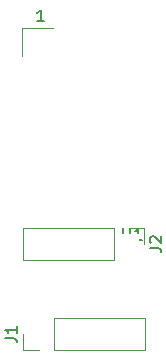
<source format=gbr>
%TF.GenerationSoftware,KiCad,Pcbnew,7.0.9*%
%TF.CreationDate,2024-05-26T02:26:49+09:00*%
%TF.ProjectId,adaptor,61646170-746f-4722-9e6b-696361645f70,rev?*%
%TF.SameCoordinates,Original*%
%TF.FileFunction,Legend,Top*%
%TF.FilePolarity,Positive*%
%FSLAX46Y46*%
G04 Gerber Fmt 4.6, Leading zero omitted, Abs format (unit mm)*
G04 Created by KiCad (PCBNEW 7.0.9) date 2024-05-26 02:26:49*
%MOMM*%
%LPD*%
G01*
G04 APERTURE LIST*
%ADD10C,0.150000*%
%ADD11C,0.120000*%
%ADD12C,2.500000*%
%ADD13R,1.700000X1.700000*%
%ADD14O,1.700000X1.700000*%
G04 APERTURE END LIST*
D10*
X96798095Y-113694819D02*
X96798095Y-114504342D01*
X96798095Y-114504342D02*
X96845714Y-114599580D01*
X96845714Y-114599580D02*
X96893333Y-114647200D01*
X96893333Y-114647200D02*
X96988571Y-114694819D01*
X96988571Y-114694819D02*
X97179047Y-114694819D01*
X97179047Y-114694819D02*
X97274285Y-114647200D01*
X97274285Y-114647200D02*
X97321904Y-114599580D01*
X97321904Y-114599580D02*
X97369523Y-114504342D01*
X97369523Y-114504342D02*
X97369523Y-113694819D01*
X98369523Y-114694819D02*
X97798095Y-114694819D01*
X98083809Y-114694819D02*
X98083809Y-113694819D01*
X98083809Y-113694819D02*
X97988571Y-113837676D01*
X97988571Y-113837676D02*
X97893333Y-113932914D01*
X97893333Y-113932914D02*
X97798095Y-113980533D01*
X90115588Y-96214819D02*
X89544160Y-96214819D01*
X89829874Y-96214819D02*
X89829874Y-95214819D01*
X89829874Y-95214819D02*
X89734636Y-95357676D01*
X89734636Y-95357676D02*
X89639398Y-95452914D01*
X89639398Y-95452914D02*
X89544160Y-95500533D01*
X99056819Y-115395333D02*
X99771104Y-115395333D01*
X99771104Y-115395333D02*
X99913961Y-115442952D01*
X99913961Y-115442952D02*
X100009200Y-115538190D01*
X100009200Y-115538190D02*
X100056819Y-115681047D01*
X100056819Y-115681047D02*
X100056819Y-115776285D01*
X99152057Y-114966761D02*
X99104438Y-114919142D01*
X99104438Y-114919142D02*
X99056819Y-114823904D01*
X99056819Y-114823904D02*
X99056819Y-114585809D01*
X99056819Y-114585809D02*
X99104438Y-114490571D01*
X99104438Y-114490571D02*
X99152057Y-114442952D01*
X99152057Y-114442952D02*
X99247295Y-114395333D01*
X99247295Y-114395333D02*
X99342533Y-114395333D01*
X99342533Y-114395333D02*
X99485390Y-114442952D01*
X99485390Y-114442952D02*
X100056819Y-115014380D01*
X100056819Y-115014380D02*
X100056819Y-114395333D01*
X86796819Y-123015333D02*
X87511104Y-123015333D01*
X87511104Y-123015333D02*
X87653961Y-123062952D01*
X87653961Y-123062952D02*
X87749200Y-123158190D01*
X87749200Y-123158190D02*
X87796819Y-123301047D01*
X87796819Y-123301047D02*
X87796819Y-123396285D01*
X87796819Y-122015333D02*
X87796819Y-122586761D01*
X87796819Y-122301047D02*
X86796819Y-122301047D01*
X86796819Y-122301047D02*
X86939676Y-122396285D01*
X86939676Y-122396285D02*
X87034914Y-122491523D01*
X87034914Y-122491523D02*
X87082533Y-122586761D01*
D11*
%TO.C,U1*%
X88255000Y-96745000D02*
X88255000Y-99145000D01*
X88255000Y-96745000D02*
X90855000Y-96745000D01*
X88255000Y-99145000D02*
X88255000Y-96745000D01*
%TO.C,J2*%
X96002000Y-116392000D02*
X88322000Y-116392000D01*
X97272000Y-113732000D02*
X98602000Y-113732000D01*
X88322000Y-113732000D02*
X88322000Y-116392000D01*
X96002000Y-113732000D02*
X96002000Y-116392000D01*
X98602000Y-113732000D02*
X98602000Y-115062000D01*
X96002000Y-113732000D02*
X88322000Y-113732000D01*
%TO.C,J1*%
X90942000Y-121352000D02*
X98622000Y-121352000D01*
X89672000Y-124012000D02*
X88342000Y-124012000D01*
X98622000Y-124012000D02*
X98622000Y-121352000D01*
X90942000Y-124012000D02*
X90942000Y-121352000D01*
X88342000Y-124012000D02*
X88342000Y-122682000D01*
X90942000Y-124012000D02*
X98622000Y-124012000D01*
%TD*%
%LPC*%
D12*
%TO.C,U1*%
X89735000Y-98245000D03*
X89735000Y-102055000D03*
X89735000Y-105865000D03*
X89735000Y-109675000D03*
X97355000Y-109675000D03*
X97355000Y-105865000D03*
X97355000Y-102055000D03*
X97355000Y-98245000D03*
%TD*%
D13*
%TO.C,J2*%
X97272000Y-115062000D03*
D14*
X94732000Y-115062000D03*
X92192000Y-115062000D03*
X89652000Y-115062000D03*
%TD*%
D13*
%TO.C,J1*%
X89672000Y-122682000D03*
D14*
X92212000Y-122682000D03*
X94752000Y-122682000D03*
X97292000Y-122682000D03*
%TD*%
%LPD*%
M02*

</source>
